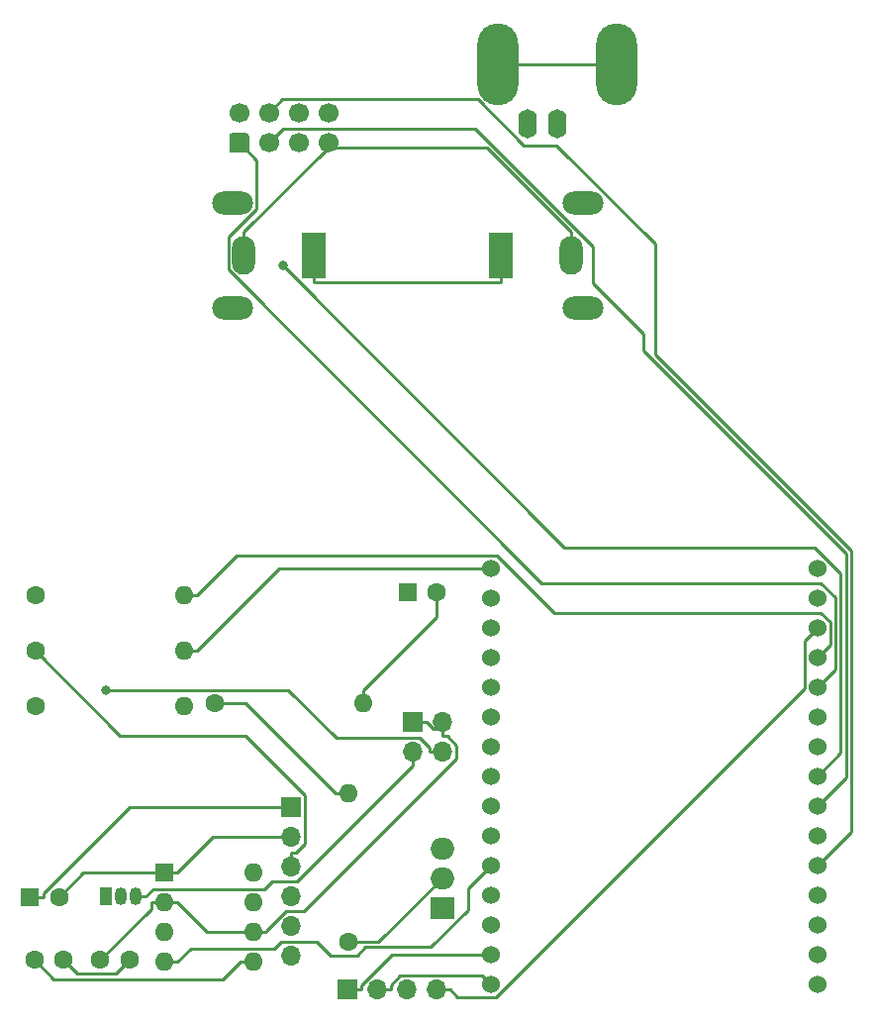
<source format=gbr>
%TF.GenerationSoftware,KiCad,Pcbnew,(5.1.12)-1*%
%TF.CreationDate,2022-04-29T07:44:41-07:00*%
%TF.ProjectId,Conductivity_Sensor_V1,436f6e64-7563-4746-9976-6974795f5365,rev?*%
%TF.SameCoordinates,Original*%
%TF.FileFunction,Copper,L2,Bot*%
%TF.FilePolarity,Positive*%
%FSLAX46Y46*%
G04 Gerber Fmt 4.6, Leading zero omitted, Abs format (unit mm)*
G04 Created by KiCad (PCBNEW (5.1.12)-1) date 2022-04-29 07:44:41*
%MOMM*%
%LPD*%
G01*
G04 APERTURE LIST*
%TA.AperFunction,ComponentPad*%
%ADD10O,1.700000X1.700000*%
%TD*%
%TA.AperFunction,ComponentPad*%
%ADD11R,1.700000X1.700000*%
%TD*%
%TA.AperFunction,ComponentPad*%
%ADD12O,2.000000X1.905000*%
%TD*%
%TA.AperFunction,ComponentPad*%
%ADD13R,2.000000X1.905000*%
%TD*%
%TA.AperFunction,ComponentPad*%
%ADD14O,1.600000X1.600000*%
%TD*%
%TA.AperFunction,ComponentPad*%
%ADD15R,1.600000X1.600000*%
%TD*%
%TA.AperFunction,ComponentPad*%
%ADD16C,1.524000*%
%TD*%
%TA.AperFunction,ComponentPad*%
%ADD17C,1.600000*%
%TD*%
%TA.AperFunction,ComponentPad*%
%ADD18R,1.050000X1.500000*%
%TD*%
%TA.AperFunction,ComponentPad*%
%ADD19O,1.050000X1.500000*%
%TD*%
%TA.AperFunction,ComponentPad*%
%ADD20C,1.700000*%
%TD*%
%TA.AperFunction,ComponentPad*%
%ADD21O,3.500000X2.000000*%
%TD*%
%TA.AperFunction,ComponentPad*%
%ADD22O,2.000000X3.300000*%
%TD*%
%TA.AperFunction,ComponentPad*%
%ADD23R,2.000000X4.000000*%
%TD*%
%TA.AperFunction,ComponentPad*%
%ADD24O,1.600000X2.500000*%
%TD*%
%TA.AperFunction,ComponentPad*%
%ADD25O,3.500000X7.000000*%
%TD*%
%TA.AperFunction,ViaPad*%
%ADD26C,0.800000*%
%TD*%
%TA.AperFunction,Conductor*%
%ADD27C,0.250000*%
%TD*%
G04 APERTURE END LIST*
D10*
%TO.P,J11,4*%
%TO.N,OUT1*%
X-6570000Y-207270000D03*
%TO.P,J11,3*%
%TO.N,Net-(J11-Pad3)*%
X-9110000Y-207270000D03*
%TO.P,J11,2*%
%TO.N,Net-(C3-Pad1)*%
X-6570000Y-204730000D03*
D11*
%TO.P,J11,1*%
X-9110000Y-204730000D03*
%TD*%
D12*
%TO.P,Voltage_regulator1,3*%
%TO.N,V+_12V*%
X-6640000Y-215510000D03*
%TO.P,Voltage_regulator1,2*%
%TO.N,REGULATED_5V+*%
X-6640000Y-218050000D03*
D13*
%TO.P,Voltage_regulator1,1*%
%TO.N,Net-(R1-Pad2)*%
X-6640000Y-220590000D03*
%TD*%
D14*
%TO.P,U3,8*%
%TO.N,ESP8266_3V*%
X-22780000Y-217600000D03*
%TO.P,U3,4*%
X-30400000Y-225220000D03*
%TO.P,U3,7*%
%TO.N,OUT2*%
X-22780000Y-220140000D03*
%TO.P,U3,3*%
%TO.N,555_out*%
X-30400000Y-222680000D03*
%TO.P,U3,6*%
%TO.N,Net-(C3-Pad1)*%
X-22780000Y-222680000D03*
%TO.P,U3,2*%
X-30400000Y-220140000D03*
%TO.P,U3,5*%
%TO.N,Net-(C4-Pad1)*%
X-22780000Y-225220000D03*
D15*
%TO.P,U3,1*%
%TO.N,GND*%
X-30400000Y-217600000D03*
%TD*%
D16*
%TO.P,U2,30*%
%TO.N,Net-(U2-Pad30)*%
X25450800Y-191567000D03*
%TO.P,U2,29*%
%TO.N,SCL*%
X25450800Y-194107000D03*
%TO.P,U2,28*%
%TO.N,SDA*%
X25450800Y-196647000D03*
%TO.P,U2,27*%
%TO.N,Transistor_Control*%
X25450800Y-199187000D03*
%TO.P,U2,26*%
%TO.N,LED1*%
X25450800Y-201727000D03*
%TO.P,U2,25*%
%TO.N,Net-(U2-Pad25)*%
X25450800Y-204267000D03*
%TO.P,U2,24*%
%TO.N,Net-(U2-Pad24)*%
X25450800Y-206807000D03*
%TO.P,U2,23*%
%TO.N,LED2*%
X25450800Y-209347000D03*
%TO.P,U2,22*%
%TO.N,LED3*%
X25450800Y-211887000D03*
%TO.P,U2,21*%
%TO.N,555_out*%
X25450800Y-214427000D03*
%TO.P,U2,20*%
%TO.N,LED4*%
X25450800Y-216967000D03*
%TO.P,U2,19*%
%TO.N,Net-(U2-Pad19)*%
X25450800Y-219507000D03*
%TO.P,U2,18*%
%TO.N,Net-(U2-Pad18)*%
X25450800Y-222047000D03*
%TO.P,U2,17*%
%TO.N,Net-(U2-Pad17)*%
X25450800Y-224587000D03*
%TO.P,U2,16*%
%TO.N,Net-(U2-Pad16)*%
X25450800Y-227127000D03*
%TO.P,U2,15*%
%TO.N,REGULATED_5V+*%
X-2489200Y-227127000D03*
%TO.P,U2,14*%
%TO.N,GND*%
X-2489200Y-224587000D03*
%TO.P,U2,13*%
%TO.N,Net-(U2-Pad13)*%
X-2489200Y-222047000D03*
%TO.P,U2,12*%
%TO.N,Net-(U2-Pad12)*%
X-2489200Y-219507000D03*
%TO.P,U2,11*%
%TO.N,ESP8266_3V*%
X-2489200Y-216967000D03*
%TO.P,U2,10*%
%TO.N,Net-(U2-Pad10)*%
X-2489200Y-214427000D03*
%TO.P,U2,9*%
%TO.N,Net-(U2-Pad9)*%
X-2489200Y-211887000D03*
%TO.P,U2,8*%
%TO.N,Net-(U2-Pad8)*%
X-2489200Y-209347000D03*
%TO.P,U2,7*%
%TO.N,Net-(U2-Pad7)*%
X-2489200Y-206807000D03*
%TO.P,U2,6*%
%TO.N,Net-(U2-Pad6)*%
X-2489200Y-204267000D03*
%TO.P,U2,5*%
%TO.N,LED6*%
X-2489200Y-201727000D03*
%TO.P,U2,4*%
%TO.N,LED5*%
X-2489200Y-199187000D03*
%TO.P,U2,3*%
%TO.N,Net-(U2-Pad3)*%
X-2489200Y-196647000D03*
%TO.P,U2,2*%
%TO.N,Net-(U2-Pad2)*%
X-2489200Y-194107000D03*
%TO.P,U2,1*%
%TO.N,A0*%
X-2489200Y-191567000D03*
%TD*%
D14*
%TO.P,R7,2*%
%TO.N,Transistor_Control*%
X-28745000Y-193875000D03*
D17*
%TO.P,R7,1*%
%TO.N,Net-(Q1-Pad2)*%
X-41445000Y-193875000D03*
%TD*%
D14*
%TO.P,R6,2*%
%TO.N,A0*%
X-28745000Y-198625000D03*
D17*
%TO.P,R6,1*%
%TO.N,Net-(J10-Pad3)*%
X-41445000Y-198625000D03*
%TD*%
D14*
%TO.P,R5,2*%
%TO.N,OUT2*%
X-28745000Y-203375000D03*
D17*
%TO.P,R5,1*%
%TO.N,ESP8266_3V*%
X-41445000Y-203375000D03*
%TD*%
D14*
%TO.P,R2,2*%
%TO.N,GND*%
X-13375000Y-203115000D03*
D17*
%TO.P,R2,1*%
%TO.N,Net-(R1-Pad2)*%
X-26075000Y-203115000D03*
%TD*%
D14*
%TO.P,R1,2*%
%TO.N,Net-(R1-Pad2)*%
X-14640000Y-210810000D03*
D17*
%TO.P,R1,1*%
%TO.N,REGULATED_5V+*%
X-14640000Y-223510000D03*
%TD*%
D18*
%TO.P,Q1,1*%
%TO.N,OUT1*%
X-35375000Y-219635000D03*
D19*
%TO.P,Q1,3*%
%TO.N,Net-(J11-Pad3)*%
X-32835000Y-219635000D03*
%TO.P,Q1,2*%
%TO.N,Net-(Q1-Pad2)*%
X-34105000Y-219635000D03*
%TD*%
D20*
%TO.P,J12,8*%
%TO.N,Net-(J12-Pad8)*%
X-16380000Y-152660000D03*
%TO.P,J12,6*%
%TO.N,LED6*%
X-18920000Y-152660000D03*
%TO.P,J12,4*%
%TO.N,LED4*%
X-21460000Y-152660000D03*
%TO.P,J12,2*%
%TO.N,LED2*%
X-24000000Y-152660000D03*
%TO.P,J12,7*%
%TO.N,GND*%
X-16380000Y-155200000D03*
%TO.P,J12,5*%
%TO.N,LED5*%
X-18920000Y-155200000D03*
%TO.P,J12,3*%
%TO.N,LED3*%
X-21460000Y-155200000D03*
%TO.P,J12,1*%
%TO.N,LED1*%
%TA.AperFunction,ComponentPad*%
G36*
G01*
X-23400000Y-156050000D02*
X-24600000Y-156050000D01*
G75*
G02*
X-24850000Y-155800000I0J250000D01*
G01*
X-24850000Y-154600000D01*
G75*
G02*
X-24600000Y-154350000I250000J0D01*
G01*
X-23400000Y-154350000D01*
G75*
G02*
X-23150000Y-154600000I0J-250000D01*
G01*
X-23150000Y-155800000D01*
G75*
G02*
X-23400000Y-156050000I-250000J0D01*
G01*
G37*
%TD.AperFunction*%
%TD*%
D10*
%TO.P,J10,6*%
%TO.N,Net-(J10-Pad6)*%
X-19530000Y-224710000D03*
%TO.P,J10,5*%
%TO.N,Net-(J10-Pad5)*%
X-19530000Y-222170000D03*
%TO.P,J10,4*%
%TO.N,A0*%
X-19530000Y-219630000D03*
%TO.P,J10,3*%
%TO.N,Net-(J10-Pad3)*%
X-19530000Y-217090000D03*
%TO.P,J10,2*%
%TO.N,GND*%
X-19530000Y-214550000D03*
D11*
%TO.P,J10,1*%
%TO.N,REGULATED_5V+*%
X-19530000Y-212010000D03*
%TD*%
D21*
%TO.P,J9,MP*%
%TO.N,N/C*%
X5400000Y-160300000D03*
X5400000Y-169300000D03*
D22*
%TO.P,J9,2*%
%TO.N,GND*%
X4400000Y-164800000D03*
D23*
%TO.P,J9,1*%
%TO.N,V+_12V*%
X-1600000Y-164800000D03*
%TD*%
D24*
%TO.P,J8,2*%
%TO.N,OUT1*%
X660000Y-153600000D03*
%TO.P,J8,1*%
%TO.N,OUT2*%
X3200000Y-153600000D03*
D25*
%TO.P,J8,2*%
%TO.N,OUT1*%
X8280000Y-148520000D03*
X-1880000Y-148520000D03*
%TD*%
D21*
%TO.P,J7,MP*%
%TO.N,N/C*%
X-24600000Y-169300000D03*
X-24600000Y-160300000D03*
D22*
%TO.P,J7,2*%
%TO.N,GND*%
X-23600000Y-164800000D03*
D23*
%TO.P,J7,1*%
%TO.N,V+_12V*%
X-17600000Y-164800000D03*
%TD*%
D10*
%TO.P,J6,4*%
%TO.N,SDA*%
X-7130000Y-227590000D03*
%TO.P,J6,3*%
%TO.N,SCL*%
X-9670000Y-227590000D03*
%TO.P,J6,2*%
%TO.N,REGULATED_5V+*%
X-12210000Y-227590000D03*
D11*
%TO.P,J6,1*%
%TO.N,GND*%
X-14750000Y-227590000D03*
%TD*%
D17*
%TO.P,C4,2*%
%TO.N,Net-(C3-Pad2)*%
X-39025000Y-225045000D03*
%TO.P,C4,1*%
%TO.N,Net-(C4-Pad1)*%
X-41525000Y-225045000D03*
%TD*%
%TO.P,C3,2*%
%TO.N,Net-(C3-Pad2)*%
X-33375000Y-225045000D03*
%TO.P,C3,1*%
%TO.N,Net-(C3-Pad1)*%
X-35875000Y-225045000D03*
%TD*%
%TO.P,C2,2*%
%TO.N,GND*%
X-39375200Y-219655000D03*
D15*
%TO.P,C2,1*%
%TO.N,REGULATED_5V+*%
X-41875200Y-219655000D03*
%TD*%
D17*
%TO.P,C1,2*%
%TO.N,GND*%
X-7100000Y-193600000D03*
D15*
%TO.P,C1,1*%
%TO.N,V+_12V*%
X-9600000Y-193600000D03*
%TD*%
D26*
%TO.N,OUT1*%
X-35423600Y-201966800D03*
%TO.N,LED2*%
X-20260600Y-165700200D03*
%TD*%
D27*
%TO.N,GND*%
X-16380000Y-155604700D02*
X-2820000Y-155604700D01*
X-2820000Y-155604700D02*
X4400000Y-162824700D01*
X-30400000Y-217600000D02*
X-29274700Y-217600000D01*
X-19530000Y-214550000D02*
X-26224700Y-214550000D01*
X-26224700Y-214550000D02*
X-29274700Y-217600000D01*
X4400000Y-164800000D02*
X4400000Y-162824700D01*
X-16380000Y-155604700D02*
X-16380000Y-155200000D01*
X-23600000Y-162824700D02*
X-16380000Y-155604700D01*
X-23600000Y-164800000D02*
X-23600000Y-162824700D01*
X-14750000Y-227590000D02*
X-13574700Y-227590000D01*
X-13574700Y-227590000D02*
X-13574700Y-227222700D01*
X-13574700Y-227222700D02*
X-10939000Y-224587000D01*
X-10939000Y-224587000D02*
X-2489200Y-224587000D01*
X-39375200Y-219655000D02*
X-37320200Y-217600000D01*
X-37320200Y-217600000D02*
X-30400000Y-217600000D01*
X-13375000Y-203115000D02*
X-13375000Y-201989700D01*
X-7100000Y-193600000D02*
X-7100000Y-195714700D01*
X-7100000Y-195714700D02*
X-13375000Y-201989700D01*
%TO.N,V+_12V*%
X-1600000Y-164800000D02*
X-1600000Y-167125300D01*
X-17600000Y-164800000D02*
X-17600000Y-167125300D01*
X-17600000Y-167125300D02*
X-1600000Y-167125300D01*
%TO.N,REGULATED_5V+*%
X-12210000Y-227590000D02*
X-11034700Y-227590000D01*
X-11034700Y-227590000D02*
X-11034700Y-227222700D01*
X-11034700Y-227222700D02*
X-10212700Y-226400700D01*
X-10212700Y-226400700D02*
X-3215500Y-226400700D01*
X-3215500Y-226400700D02*
X-2489200Y-227127000D01*
X-14640000Y-223510000D02*
X-12100000Y-223510000D01*
X-12100000Y-223510000D02*
X-6640000Y-218050000D01*
X-41875200Y-219655000D02*
X-40749900Y-219655000D01*
X-40749900Y-219655000D02*
X-40749900Y-219373700D01*
X-40749900Y-219373700D02*
X-33386200Y-212010000D01*
X-33386200Y-212010000D02*
X-19530000Y-212010000D01*
%TO.N,Net-(C3-Pad2)*%
X-33375000Y-225045000D02*
X-34512600Y-226182600D01*
X-34512600Y-226182600D02*
X-37887400Y-226182600D01*
X-37887400Y-226182600D02*
X-39025000Y-225045000D01*
%TO.N,OUT1*%
X-6570000Y-207270000D02*
X-7745300Y-207270000D01*
X-7745300Y-207270000D02*
X-7745300Y-206902600D01*
X-7745300Y-206902600D02*
X-8553200Y-206094700D01*
X-8553200Y-206094700D02*
X-15668700Y-206094700D01*
X-15668700Y-206094700D02*
X-19796600Y-201966800D01*
X-19796600Y-201966800D02*
X-35423600Y-201966800D01*
X8280000Y-148520000D02*
X-1880000Y-148520000D01*
%TO.N,Net-(C4-Pad1)*%
X-41525000Y-225045000D02*
X-39893000Y-226677000D01*
X-39893000Y-226677000D02*
X-25362300Y-226677000D01*
X-25362300Y-226677000D02*
X-23905300Y-225220000D01*
X-22780000Y-225220000D02*
X-23905300Y-225220000D01*
%TO.N,SDA*%
X-7130000Y-227590000D02*
X-5954700Y-227590000D01*
X-5954700Y-227590000D02*
X-5327300Y-228217400D01*
X-5327300Y-228217400D02*
X-2019200Y-228217400D01*
X-2019200Y-228217400D02*
X24339900Y-201858300D01*
X24339900Y-201858300D02*
X24339900Y-197757900D01*
X24339900Y-197757900D02*
X25450800Y-196647000D01*
%TO.N,A0*%
X-28745000Y-198625000D02*
X-27619700Y-198625000D01*
X-27619700Y-198625000D02*
X-20561700Y-191567000D01*
X-20561700Y-191567000D02*
X-2489200Y-191567000D01*
%TO.N,Net-(J10-Pad3)*%
X-41445000Y-198625000D02*
X-34200200Y-205869800D01*
X-34200200Y-205869800D02*
X-23466300Y-205869800D01*
X-23466300Y-205869800D02*
X-18354600Y-210981500D01*
X-18354600Y-210981500D02*
X-18354600Y-215106600D01*
X-18354600Y-215106600D02*
X-19162700Y-215914700D01*
X-19162700Y-215914700D02*
X-19530000Y-215914700D01*
X-19530000Y-217090000D02*
X-19530000Y-215914700D01*
%TO.N,LED4*%
X25450800Y-216967000D02*
X28347400Y-214070400D01*
X28347400Y-214070400D02*
X28347400Y-190090800D01*
X28347400Y-190090800D02*
X11568600Y-173312000D01*
X11568600Y-173312000D02*
X11568600Y-163800700D01*
X11568600Y-163800700D02*
X3160400Y-155392500D01*
X3160400Y-155392500D02*
X307400Y-155392500D01*
X307400Y-155392500D02*
X-3600500Y-151484600D01*
X-3600500Y-151484600D02*
X-20284600Y-151484600D01*
X-20284600Y-151484600D02*
X-21460000Y-152660000D01*
%TO.N,LED2*%
X25450800Y-209347000D02*
X27446800Y-207351000D01*
X27446800Y-207351000D02*
X27446800Y-192019200D01*
X27446800Y-192019200D02*
X25219800Y-189792200D01*
X25219800Y-189792200D02*
X3831400Y-189792200D01*
X3831400Y-189792200D02*
X-20260600Y-165700200D01*
%TO.N,LED3*%
X25450800Y-211887000D02*
X27897100Y-209440700D01*
X27897100Y-209440700D02*
X27897100Y-190277400D01*
X27897100Y-190277400D02*
X10584000Y-172964300D01*
X10584000Y-172964300D02*
X10584000Y-171533800D01*
X10584000Y-171533800D02*
X6263600Y-167213400D01*
X6263600Y-167213400D02*
X6263600Y-164051400D01*
X6263600Y-164051400D02*
X-3778400Y-154009400D01*
X-3778400Y-154009400D02*
X-20269400Y-154009400D01*
X-20269400Y-154009400D02*
X-21460000Y-155200000D01*
%TO.N,LED1*%
X25450800Y-201727000D02*
X26996500Y-200181300D01*
X26996500Y-200181300D02*
X26996500Y-194073200D01*
X26996500Y-194073200D02*
X25760300Y-192837000D01*
X25760300Y-192837000D02*
X1855200Y-192837000D01*
X1855200Y-192837000D02*
X-24930000Y-166051800D01*
X-24930000Y-166051800D02*
X-24930000Y-163254400D01*
X-24930000Y-163254400D02*
X-22496200Y-160820600D01*
X-22496200Y-160820600D02*
X-22496200Y-156703800D01*
X-22496200Y-156703800D02*
X-24000000Y-155200000D01*
%TO.N,Net-(R1-Pad2)*%
X-14640000Y-210810000D02*
X-15765300Y-210810000D01*
X-15765300Y-210810000D02*
X-23460300Y-203115000D01*
X-23460300Y-203115000D02*
X-26075000Y-203115000D01*
%TO.N,ESP8266_3V*%
X-30400000Y-225220000D02*
X-29274700Y-225220000D01*
X-2489200Y-216967000D02*
X-4439700Y-218917500D01*
X-4439700Y-218917500D02*
X-4439700Y-220817600D01*
X-4439700Y-220817600D02*
X-7582500Y-223960400D01*
X-7582500Y-223960400D02*
X-13179300Y-223960400D01*
X-13179300Y-223960400D02*
X-13911100Y-224692200D01*
X-13911100Y-224692200D02*
X-16180600Y-224692200D01*
X-16180600Y-224692200D02*
X-17341500Y-223531300D01*
X-17341500Y-223531300D02*
X-20431300Y-223531300D01*
X-20431300Y-223531300D02*
X-20994700Y-224094700D01*
X-20994700Y-224094700D02*
X-28149400Y-224094700D01*
X-28149400Y-224094700D02*
X-29274700Y-225220000D01*
%TO.N,Transistor_Control*%
X-28745000Y-193875000D02*
X-27619700Y-193875000D01*
X-27619700Y-193875000D02*
X-24224000Y-190479300D01*
X-24224000Y-190479300D02*
X-1981200Y-190479300D01*
X-1981200Y-190479300D02*
X2916500Y-195377000D01*
X2916500Y-195377000D02*
X25754200Y-195377000D01*
X25754200Y-195377000D02*
X26546100Y-196168900D01*
X26546100Y-196168900D02*
X26546100Y-198091700D01*
X26546100Y-198091700D02*
X25450800Y-199187000D01*
%TO.N,Net-(C3-Pad1)*%
X-30400000Y-220140000D02*
X-31525300Y-220140000D01*
X-35875000Y-225045000D02*
X-31525300Y-220695300D01*
X-31525300Y-220695300D02*
X-31525300Y-220140000D01*
X-9110000Y-204730000D02*
X-7934700Y-204730000D01*
X-6570000Y-205299800D02*
X-7364900Y-205299800D01*
X-7364900Y-205299800D02*
X-7934700Y-204730000D01*
X-6570000Y-205299800D02*
X-6570000Y-205905300D01*
X-6570000Y-204730000D02*
X-6570000Y-205299800D01*
X-30400000Y-220140000D02*
X-29274700Y-220140000D01*
X-29274700Y-220140000D02*
X-26734700Y-222680000D01*
X-26734700Y-222680000D02*
X-22780000Y-222680000D01*
X-22780000Y-222680000D02*
X-21654700Y-222680000D01*
X-21654700Y-222680000D02*
X-21654700Y-222539300D01*
X-21654700Y-222539300D02*
X-20015400Y-220900000D01*
X-20015400Y-220900000D02*
X-18482200Y-220900000D01*
X-18482200Y-220900000D02*
X-5394700Y-207812500D01*
X-5394700Y-207812500D02*
X-5394700Y-206713200D01*
X-5394700Y-206713200D02*
X-6202600Y-205905300D01*
X-6202600Y-205905300D02*
X-6570000Y-205905300D01*
%TO.N,Net-(J11-Pad3)*%
X-31984700Y-219635000D02*
X-31364300Y-219014600D01*
X-31364300Y-219014600D02*
X-21815300Y-219014600D01*
X-21815300Y-219014600D02*
X-21160700Y-218360000D01*
X-21160700Y-218360000D02*
X-19024700Y-218360000D01*
X-19024700Y-218360000D02*
X-9110000Y-208445300D01*
X-9110000Y-207270000D02*
X-9110000Y-208445300D01*
X-32835000Y-219635000D02*
X-31984700Y-219635000D01*
%TD*%
M02*

</source>
